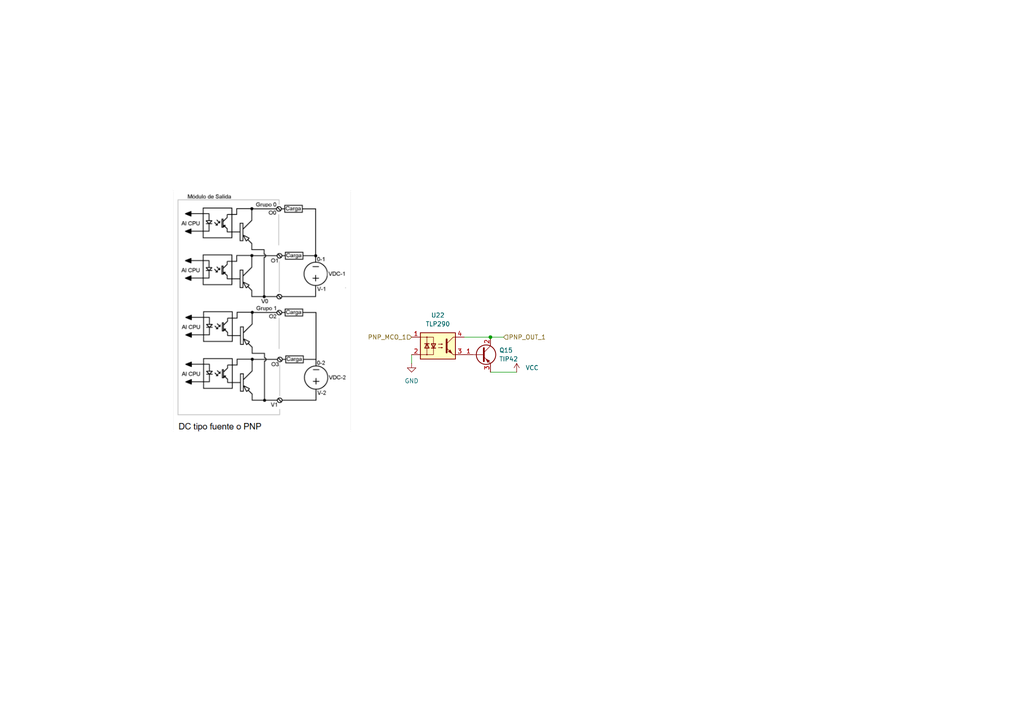
<source format=kicad_sch>
(kicad_sch (version 20250114) (generator "eeschema") (generator_version "9.0")
  (paper "A4")
  (lib_symbols
    (symbol "Isolator:TLP290" (pin_names (offset 1.016))
      (property "Reference" "U" (at -5.08 5.08 0))
      (property "Value" "TLP290" (at 0 5.08 0))
      (symbol "TLP290_0_1"
        (rectangle (start -5.08 3.81) (end 5.08 -3.81) (stroke (width 0.254)) (fill (type background)))
        (polyline (pts (xy -5.08 2.54) (xy -1.27 2.54) (xy -1.27 -0.635)))
        (polyline (pts (xy -3.81 0.635) (xy -2.54 0.635)) (stroke (width 0.254)))
        (circle (center -3.175 2.54) (radius 0.127))
        (polyline (pts (xy -3.175 0.635) (xy -3.81 -0.635) (xy -2.54 -0.635) (xy -3.175 0.635)) (stroke (width 0.254)))
        (polyline (pts (xy -3.175 -0.635) (xy -3.175 2.54)))
        (polyline (pts (xy -3.175 -0.635) (xy -3.175 -2.54)))
        (circle (center -3.175 -2.54) (radius 0.127))
        (polyline (pts (xy -1.905 -0.635) (xy -0.635 -0.635)) (stroke (width 0.254)))
        (polyline (pts (xy -1.27 -0.635) (xy -1.27 -2.54) (xy -5.08 -2.54)))
        (polyline (pts (xy -1.27 -0.635) (xy -1.905 0.635) (xy -0.635 0.635) (xy -1.27 -0.635)) (stroke (width 0.254)))
        (polyline (pts (xy 0.127 0.508) (xy 1.397 0.508) (xy 1.016 0.381) (xy 1.016 0.635) (xy 1.397 0.508)))
        (polyline (pts (xy 0.127 -0.508) (xy 1.397 -0.508) (xy 1.016 -0.635) (xy 1.016 -0.381) (xy 1.397 -0.508)))
        (polyline (pts (xy 2.54 1.905) (xy 2.54 -1.905)) (stroke (width 0.508)))
        (polyline (pts (xy 2.54 0.635) (xy 4.445 2.54)))
        (polyline (pts (xy 3.048 -1.651) (xy 3.556 -1.143) (xy 4.064 -2.159) (xy 3.048 -1.651)) (fill (type outline)))
        (polyline (pts (xy 4.445 2.54) (xy 5.08 2.54)))
        (polyline (pts (xy 4.445 -2.54) (xy 2.54 -0.635)) (fill (type outline)))
        (polyline (pts (xy 4.445 -2.54) (xy 5.08 -2.54)))
      )
      (symbol "TLP290_1_1"
        (pin passive line (at -7.62 2.54 0) (length 2.54) (name "~") (number "1"))
        (pin passive line (at -7.62 -2.54 0) (length 2.54) (name "~") (number "2"))
        (pin passive line (at 7.62 2.54 180) (length 2.54) (name "~") (number "4"))
        (pin passive line (at 7.62 -2.54 180) (length 2.54) (name "~") (number "3"))
      )
    )
    (symbol "Transistor_BJT:TIP42" (pin_names (offset 0) (hide yes))
      (property "Reference" "Q" (at 6.35 1.905 0))
      (property "Value" "TIP42" (at 6.35 0 0))
      (symbol "TIP42_0_1"
        (polyline (pts (xy -2.54 0) (xy 0.635 0)))
        (polyline (pts (xy 0.635 1.905) (xy 0.635 -1.905)) (stroke (width 0.508)))
        (polyline (pts (xy 0.635 0.635) (xy 2.54 2.54)))
        (polyline (pts (xy 0.635 -0.635) (xy 2.54 -2.54)))
        (circle (center 1.27 0) (radius 2.8194) (stroke (width 0.254)))
        (polyline (pts (xy 2.286 -1.778) (xy 1.778 -2.286) (xy 1.27 -1.27) (xy 2.286 -1.778)) (fill (type outline)))
      )
      (symbol "TIP42_1_1"
        (pin input line (at -5.08 0 0) (length 2.54) (name "B") (number "1"))
        (pin passive line (at 2.54 5.08 270) (length 2.54) (name "C") (number "2"))
        (pin passive line (at 2.54 -5.08 90) (length 2.54) (name "E") (number "3"))
      )
    )
    (symbol "power:GND1" (power) (pin_numbers (hide yes)) (pin_names (offset 0) (hide yes))
      (property "Value" "GND1" (at 0 -3.81 0))
      (symbol "GND1_0_1"
        (polyline (pts (xy 0 0) (xy 0 -1.27) (xy 1.27 -1.27) (xy 0 -2.54) (xy -1.27 -1.27) (xy 0 -1.27)))
      )
      (symbol "GND1_1_1"
        (pin power_in line (at 0 0 270) (length 0) (name "~") (number "1"))
      )
    )
    (symbol "power:VCC" (power) (pin_numbers (hide yes)) (pin_names (offset 0) (hide yes))
      (property "Value" "VCC" (at 0 3.556 0))
      (symbol "VCC_0_1"
        (polyline (pts (xy -0.762 1.27) (xy 0 2.54)))
        (polyline (pts (xy 0 2.54) (xy 0.762 1.27)))
        (polyline (pts (xy 0 0) (xy 0 2.54)))
      )
      (symbol "VCC_1_1"
        (pin power_in line (at 0 0 90) (length 0) (name "~") (number "1"))
      )
    )
  )
  (junction (at 142.24 97.79))
  (wire (pts (xy 142.24 97.79) (xy 146.05 97.79)))
  (wire (pts (xy 134.62 97.79) (xy 142.24 97.79)))
  (wire (pts (xy 149.86 107.95) (xy 142.24 107.95)))
  (wire (pts (xy 119.38 102.87) (xy 119.38 105.41)))
  (image (at 76.2 90.17) (scale 0.496124))
  (hierarchical_label "PNP_MCO_1" (shape input) (at 119.38 97.79 180))
  (hierarchical_label "PNP_OUT_1" (shape input) (at 146.05 97.79 0))
  (symbol (lib_id "power:VCC") (at 149.86 107.95 0) (unit 1)
    (property "Reference" "#PWR055" (effects (hide yes)))
    (property "Value" "VCC" (at 152.4 106.6799 0) (effects (justify left)))
    (property "Description" "Power symbol creates a global label with name \"VCC\"" (effects (hide yes)))
    (instances (project "(PLC4uni)" (path "" (reference "#PWR055") (unit 1)) (path "" (reference "#PWR057") (unit 1)) (path "" (reference "#PWR059") (unit 1))))
  )
  (symbol (lib_id "power:GND1") (at 119.38 105.41 0) (unit 1)
    (property "Reference" "#PWR054" (effects (hide yes)))
    (property "Value" "GND" (at 119.38 110.49 0))
    (property "Description" "Power symbol creates a global label with name \"GND1\" , ground" (effects (hide yes)))
    (instances (project "(PLC4uni)" (path "" (reference "#PWR054") (unit 1)) (path "" (reference "#PWR056") (unit 1)) (path "" (reference "#PWR058") (unit 1))))
  )
  (symbol (lib_id "Isolator:TLP290") (at 127 100.33 0) (unit 1)
    (property "Reference" "U22" (at 127 91.44 0))
    (property "Value" "TLP290" (at 127 93.98 0))
    (property "Footprint" "Package_SO:SOP-4_4.4x2.6mm_P1.27mm" (effects (hide yes)))
    (property "Datasheet" "https://toshiba.semicon-storage.com/info/docget.jsp?did=12882&prodName=TLP290" (effects (hide yes)))
    (property "Description" "AC/DC Phototransistor Optocoupler, Vce 80V, CTR 50-600%, not recommended for new designs, SOP4" (effects (hide yes)))
    (instances (project "(PLC4uni)" (path "" (reference "U22") (unit 1)) (path "" (reference "U23") (unit 1)) (path "" (reference "U24") (unit 1))))
  )
  (symbol (lib_id "Transistor_BJT:TIP42") (at 139.7 102.87 0) (unit 1)
    (property "Reference" "Q15" (at 144.78 101.5999 0) (effects (justify left)))
    (property "Value" "TIP42" (at 144.78 104.1399 0) (effects (justify left)))
    (property "Footprint" "Package_TO_SOT_SMD:TO-252-2" (effects (hide yes)))
    (property "Datasheet" "https://www.centralsemi.com/get_document.php?cmp=1&mergetype=pd&mergepath=pd&pdf_id=TIP42.PDF" (effects (hide yes)))
    (property "Description" "-6A Ic, -40V Vce, Power PNP Transistor, TO-220" (effects (hide yes)))
    (instances (project "(PLC4uni)" (path "" (reference "Q15") (unit 1)) (path "" (reference "Q16") (unit 1)) (path "" (reference "Q17") (unit 1))))
  )
)
</source>
